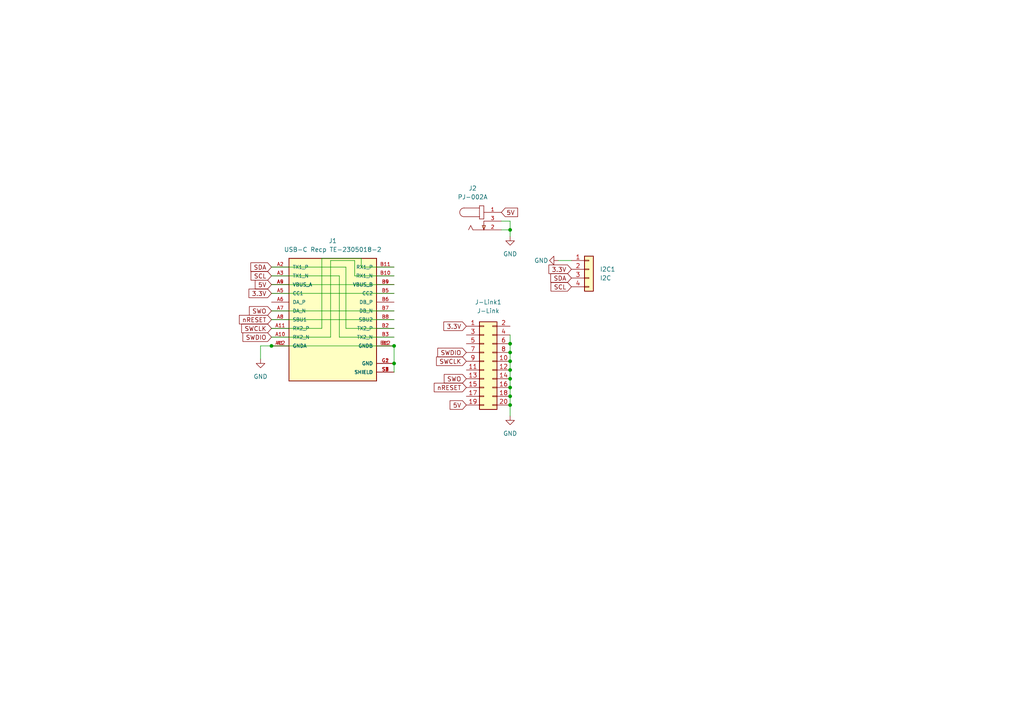
<source format=kicad_sch>
(kicad_sch (version 20211123) (generator eeschema)
  (paper "A4")
  (lib_symbols
    (symbol "Connector_Generic:Conn_01x04" (pin_names (offset 1.016) hide)
      (property "Reference" "J" (at 0 5.08 0))
      (property "Value" "Conn_01x04" (at 0 -7.62 0))
      (symbol "Conn_01x04_1_1"
        (rectangle (start -1.27 -4.953) (end 0 -5.207) (stroke (width 0.1524)))
        (rectangle (start -1.27 -2.413) (end 0 -2.667) (stroke (width 0.1524)))
        (rectangle (start -1.27 0.127) (end 0 -0.127) (stroke (width 0.1524)))
        (rectangle (start -1.27 2.667) (end 0 2.413) (stroke (width 0.1524)))
        (rectangle (start -1.27 3.81) (end 1.27 -6.35) (stroke (width 0.254)) (fill (type background)))
        (pin passive line (at -5.08 2.54 0) (length 3.81) (name "Pin_1") (number "1"))
        (pin passive line (at -5.08 0 0) (length 3.81) (name "Pin_2") (number "2"))
        (pin passive line (at -5.08 -2.54 0) (length 3.81) (name "Pin_3") (number "3"))
        (pin passive line (at -5.08 -5.08 0) (length 3.81) (name "Pin_4") (number "4"))
      )
    )
    (symbol "Connector_Generic:Conn_02x10_Odd_Even" (pin_names (offset 1.016) hide)
      (property "Reference" "J" (at 1.27 12.7 0))
      (property "Value" "Conn_02x10_Odd_Even" (at 1.27 -15.24 0))
      (symbol "Conn_02x10_Odd_Even_1_1"
        (rectangle (start -1.27 -12.573) (end 0 -12.827) (stroke (width 0.1524)))
        (rectangle (start -1.27 -10.033) (end 0 -10.287) (stroke (width 0.1524)))
        (rectangle (start -1.27 -7.493) (end 0 -7.747) (stroke (width 0.1524)))
        (rectangle (start -1.27 -4.953) (end 0 -5.207) (stroke (width 0.1524)))
        (rectangle (start -1.27 -2.413) (end 0 -2.667) (stroke (width 0.1524)))
        (rectangle (start -1.27 0.127) (end 0 -0.127) (stroke (width 0.1524)))
        (rectangle (start -1.27 2.667) (end 0 2.413) (stroke (width 0.1524)))
        (rectangle (start -1.27 5.207) (end 0 4.953) (stroke (width 0.1524)))
        (rectangle (start -1.27 7.747) (end 0 7.493) (stroke (width 0.1524)))
        (rectangle (start -1.27 10.287) (end 0 10.033) (stroke (width 0.1524)))
        (rectangle (start -1.27 11.43) (end 3.81 -13.97) (stroke (width 0.254)) (fill (type background)))
        (rectangle (start 3.81 -12.573) (end 2.54 -12.827) (stroke (width 0.1524)))
        (rectangle (start 3.81 -10.033) (end 2.54 -10.287) (stroke (width 0.1524)))
        (rectangle (start 3.81 -7.493) (end 2.54 -7.747) (stroke (width 0.1524)))
        (rectangle (start 3.81 -4.953) (end 2.54 -5.207) (stroke (width 0.1524)))
        (rectangle (start 3.81 -2.413) (end 2.54 -2.667) (stroke (width 0.1524)))
        (rectangle (start 3.81 0.127) (end 2.54 -0.127) (stroke (width 0.1524)))
        (rectangle (start 3.81 2.667) (end 2.54 2.413) (stroke (width 0.1524)))
        (rectangle (start 3.81 5.207) (end 2.54 4.953) (stroke (width 0.1524)))
        (rectangle (start 3.81 7.747) (end 2.54 7.493) (stroke (width 0.1524)))
        (rectangle (start 3.81 10.287) (end 2.54 10.033) (stroke (width 0.1524)))
        (pin passive line (at -5.08 10.16 0) (length 3.81) (name "Pin_1") (number "1"))
        (pin passive line (at 7.62 0 180) (length 3.81) (name "Pin_10") (number "10"))
        (pin passive line (at -5.08 -2.54 0) (length 3.81) (name "Pin_11") (number "11"))
        (pin passive line (at 7.62 -2.54 180) (length 3.81) (name "Pin_12") (number "12"))
        (pin passive line (at -5.08 -5.08 0) (length 3.81) (name "Pin_13") (number "13"))
        (pin passive line (at 7.62 -5.08 180) (length 3.81) (name "Pin_14") (number "14"))
        (pin passive line (at -5.08 -7.62 0) (length 3.81) (name "Pin_15") (number "15"))
        (pin passive line (at 7.62 -7.62 180) (length 3.81) (name "Pin_16") (number "16"))
        (pin passive line (at -5.08 -10.16 0) (length 3.81) (name "Pin_17") (number "17"))
        (pin passive line (at 7.62 -10.16 180) (length 3.81) (name "Pin_18") (number "18"))
        (pin passive line (at -5.08 -12.7 0) (length 3.81) (name "Pin_19") (number "19"))
        (pin passive line (at 7.62 10.16 180) (length 3.81) (name "Pin_2") (number "2"))
        (pin passive line (at 7.62 -12.7 180) (length 3.81) (name "Pin_20") (number "20"))
        (pin passive line (at -5.08 7.62 0) (length 3.81) (name "Pin_3") (number "3"))
        (pin passive line (at 7.62 7.62 180) (length 3.81) (name "Pin_4") (number "4"))
        (pin passive line (at -5.08 5.08 0) (length 3.81) (name "Pin_5") (number "5"))
        (pin passive line (at 7.62 5.08 180) (length 3.81) (name "Pin_6") (number "6"))
        (pin passive line (at -5.08 2.54 0) (length 3.81) (name "Pin_7") (number "7"))
        (pin passive line (at 7.62 2.54 180) (length 3.81) (name "Pin_8") (number "8"))
        (pin passive line (at -5.08 0 0) (length 3.81) (name "Pin_9") (number "9"))
      )
    )
    (symbol "posey:PJ-002A" (pin_names (offset 1.016) hide)
      (property "Reference" "J" (at -7.62 5.08 0))
      (property "Value" "PJ-002A" (at -7.62 -5.08 0))
      (symbol "PJ-002A_0_0"
        (arc (start -5.715 3.81) (mid -6.985 2.54) (end -5.715 1.27) (stroke (width 0.1524)))
        (polyline (pts (xy -5.715 3.81) (xy -1.27 3.81)) (stroke (width 0.1524)))
        (polyline (pts (xy -3.81 -1.27) (xy -4.445 -2.54)) (stroke (width 0.1524)))
        (polyline (pts (xy -3.175 -2.54) (xy -3.81 -1.27)) (stroke (width 0.1524)))
        (polyline (pts (xy -1.27 0.635) (xy 0 0.635)) (stroke (width 0.1524)))
        (polyline (pts (xy -1.27 1.27) (xy -5.715 1.27)) (stroke (width 0.1524)))
        (polyline (pts (xy -1.27 1.27) (xy -1.27 0.635)) (stroke (width 0.1524)))
        (polyline (pts (xy -1.27 3.81) (xy -1.27 1.27)) (stroke (width 0.1524)))
        (polyline (pts (xy -1.27 4.445) (xy -1.27 3.81)) (stroke (width 0.1524)))
        (polyline (pts (xy 0 -2.54) (xy -3.175 -2.54)) (stroke (width 0.1524)))
        (polyline (pts (xy 0 0) (xy 0 -2.54)) (stroke (width 0.1524)))
        (polyline (pts (xy 0 0.635) (xy 0 4.445)) (stroke (width 0.1524)))
        (polyline (pts (xy 0 4.445) (xy -1.27 4.445)) (stroke (width 0.1524)))
        (polyline (pts (xy 0 -2.54) (xy -0.508 -1.27) (xy 0.508 -1.27) (xy 0 -2.54)) (stroke (width 0.1524)) (fill (type background)))
        (pin power_in line (at 5.08 2.54 180) (length 5.08) (name "~") (number "1"))
        (pin power_in line (at 5.08 -2.54 180) (length 5.08) (name "~") (number "2"))
        (pin power_in line (at 5.08 0 180) (length 5.08) (name "~") (number "3"))
      )
    )
    (symbol "posey:USB-C Recp TE-2305018-2" (pin_names (offset 1.016))
      (property "Reference" "J" (at -12.7 18.0594 0))
      (property "Value" "USB-C Recp TE-2305018-2" (at -12.7 -20.3454 0))
      (symbol "USB-C Recp TE-2305018-2_0_0"
        (rectangle (start -12.7 -17.78) (end 12.7 17.78) (stroke (width 0.254)) (fill (type background)))
        (pin passive line (at -17.78 -7.62 0) (length 5.08) (name "GNDA") (number "A1"))
        (pin passive line (at -17.78 -5.08 0) (length 5.08) (name "RX2_N") (number "A10"))
        (pin passive line (at -17.78 -2.54 0) (length 5.08) (name "RX2_P") (number "A11"))
        (pin passive line (at -17.78 -7.62 0) (length 5.08) (name "GNDA") (number "A12"))
        (pin passive line (at -17.78 15.24 0) (length 5.08) (name "TX1_P") (number "A2"))
        (pin passive line (at -17.78 12.7 0) (length 5.08) (name "TX1_N") (number "A3"))
        (pin passive line (at -17.78 10.16 0) (length 5.08) (name "VBUS_A") (number "A4"))
        (pin passive line (at -17.78 7.62 0) (length 5.08) (name "CC1") (number "A5"))
        (pin passive line (at -17.78 5.08 0) (length 5.08) (name "DA_P") (number "A6"))
        (pin passive line (at -17.78 2.54 0) (length 5.08) (name "DA_N") (number "A7"))
        (pin passive line (at -17.78 0 0) (length 5.08) (name "SBU1") (number "A8"))
        (pin passive line (at -17.78 10.16 0) (length 5.08) (name "VBUS_A") (number "A9"))
        (pin passive line (at 17.78 -7.62 180) (length 5.08) (name "GNDB") (number "B1"))
        (pin passive line (at 17.78 12.7 180) (length 5.08) (name "RX1_N") (number "B10"))
        (pin passive line (at 17.78 15.24 180) (length 5.08) (name "RX1_P") (number "B11"))
        (pin passive line (at 17.78 -7.62 180) (length 5.08) (name "GNDB") (number "B12"))
        (pin passive line (at 17.78 -2.54 180) (length 5.08) (name "TX2_P") (number "B2"))
        (pin passive line (at 17.78 -5.08 180) (length 5.08) (name "TX2_N") (number "B3"))
        (pin passive line (at 17.78 10.16 180) (length 5.08) (name "VBUS_B") (number "B4"))
        (pin passive line (at 17.78 7.62 180) (length 5.08) (name "CC2") (number "B5"))
        (pin passive line (at 17.78 5.08 180) (length 5.08) (name "DB_P") (number "B6"))
        (pin passive line (at 17.78 2.54 180) (length 5.08) (name "DB_N") (number "B7"))
        (pin passive line (at 17.78 0 180) (length 5.08) (name "SBU2") (number "B8"))
        (pin passive line (at 17.78 10.16 180) (length 5.08) (name "VBUS_B") (number "B9"))
        (pin power_in line (at 17.78 -12.7 180) (length 5.08) (name "GND") (number "G1"))
        (pin power_in line (at 17.78 -12.7 180) (length 5.08) (name "GND") (number "G2"))
        (pin power_in line (at 17.78 -15.24 180) (length 5.08) (name "SHIELD") (number "S1"))
        (pin power_in line (at 17.78 -15.24 180) (length 5.08) (name "SHIELD") (number "S2"))
        (pin power_in line (at 17.78 -15.24 180) (length 5.08) (name "SHIELD") (number "S3"))
        (pin power_in line (at 17.78 -15.24 180) (length 5.08) (name "SHIELD") (number "S4"))
      )
    )
    (symbol "power:GND" (power) (pin_names (offset 0))
      (property "Value" "GND" (at 0 -3.81 0))
      (symbol "GND_0_1"
        (polyline (pts (xy 0 0) (xy 0 -1.27) (xy 1.27 -1.27) (xy 0 -2.54) (xy -1.27 -1.27) (xy 0 -1.27)))
      )
      (symbol "GND_1_1"
        (pin power_in line (at 0 0 270) (length 0) hide (name "GND") (number "1"))
      )
    )
  )
  (junction (at 147.955 99.695))
  (junction (at 114.3 100.33))
  (junction (at 147.955 114.935))
  (junction (at 147.955 102.235))
  (junction (at 147.955 112.395))
  (junction (at 114.3 105.41))
  (junction (at 78.74 100.33))
  (junction (at 147.955 66.675))
  (junction (at 147.955 104.775))
  (junction (at 147.955 109.855))
  (junction (at 147.955 107.315))
  (junction (at 147.955 117.475))
  (wire (pts (xy 75.565 100.33) (xy 75.565 104.14)))
  (wire (pts (xy 78.74 90.17) (xy 114.3 90.17)))
  (wire (pts (xy 98.425 80.01) (xy 78.74 80.01)))
  (wire (pts (xy 114.3 95.25) (xy 100.33 95.25)))
  (wire (pts (xy 147.955 104.775) (xy 147.955 107.315)))
  (wire (pts (xy 78.74 100.33) (xy 114.3 100.33)))
  (wire (pts (xy 78.74 77.47) (xy 100.33 77.47)))
  (wire (pts (xy 147.955 112.395) (xy 147.955 114.935)))
  (wire (pts (xy 102.87 80.01) (xy 102.87 75.565)))
  (wire (pts (xy 147.955 102.235) (xy 147.955 104.775)))
  (wire (pts (xy 147.955 114.935) (xy 147.955 117.475)))
  (wire (pts (xy 78.74 85.09) (xy 114.3 85.09)))
  (wire (pts (xy 100.33 95.25) (xy 100.33 77.47)))
  (wire (pts (xy 95.885 97.79) (xy 78.74 97.79)))
  (wire (pts (xy 93.345 95.25) (xy 78.74 95.25)))
  (wire (pts (xy 147.955 117.475) (xy 147.955 120.65)))
  (wire (pts (xy 104.775 77.47) (xy 104.775 74.93)))
  (wire (pts (xy 114.3 77.47) (xy 104.775 77.47)))
  (wire (pts (xy 78.74 92.71) (xy 114.3 92.71)))
  (wire (pts (xy 147.955 109.855) (xy 147.955 112.395)))
  (wire (pts (xy 114.3 105.41) (xy 114.3 107.95)))
  (wire (pts (xy 147.955 107.315) (xy 147.955 109.855)))
  (wire (pts (xy 147.955 66.675) (xy 147.955 68.58)))
  (wire (pts (xy 147.955 64.135) (xy 147.955 66.675)))
  (wire (pts (xy 95.885 75.565) (xy 95.885 97.79)))
  (wire (pts (xy 78.74 100.33) (xy 75.565 100.33)))
  (wire (pts (xy 102.87 75.565) (xy 95.885 75.565)))
  (wire (pts (xy 145.415 66.675) (xy 147.955 66.675)))
  (wire (pts (xy 114.3 80.01) (xy 102.87 80.01)))
  (wire (pts (xy 98.425 97.79) (xy 98.425 80.01)))
  (wire (pts (xy 114.3 97.79) (xy 98.425 97.79)))
  (wire (pts (xy 114.3 100.33) (xy 114.3 105.41)))
  (wire (pts (xy 147.955 99.695) (xy 147.955 102.235)))
  (wire (pts (xy 161.925 75.565) (xy 165.735 75.565)))
  (wire (pts (xy 78.74 82.55) (xy 114.3 82.55)))
  (wire (pts (xy 147.955 97.155) (xy 147.955 99.695)))
  (wire (pts (xy 145.415 64.135) (xy 147.955 64.135)))
  (wire (pts (xy 93.345 74.93) (xy 93.345 95.25)))
  (wire (pts (xy 104.775 74.93) (xy 93.345 74.93)))
  (global_label "SWCLK" (shape input) (at 78.74 95.25 180) (property "Intersheet References" "${INTERSHEET_REFS}" (effects hide)))
  (global_label "SWO" (shape input) (at 78.74 90.17 180) (property "Intersheet References" "${INTERSHEET_REFS}" (effects hide)))
  (global_label "5V" (shape input) (at 145.415 61.595 0) (property "Intersheet References" "${INTERSHEET_REFS}" (effects hide)))
  (global_label "3.3V" (shape input) (at 78.74 85.09 180) (property "Intersheet References" "${INTERSHEET_REFS}" (effects hide)))
  (global_label "SWCLK" (shape input) (at 135.255 104.775 180) (property "Intersheet References" "${INTERSHEET_REFS}" (effects hide)))
  (global_label "SWO" (shape input) (at 135.255 109.855 180) (property "Intersheet References" "${INTERSHEET_REFS}" (effects hide)))
  (global_label "SDA" (shape input) (at 78.74 77.47 180) (property "Intersheet References" "${INTERSHEET_REFS}" (effects hide)))
  (global_label "3.3V" (shape input) (at 135.255 94.615 180) (property "Intersheet References" "${INTERSHEET_REFS}" (effects hide)))
  (global_label "SWDIO" (shape input) (at 135.255 102.235 180) (property "Intersheet References" "${INTERSHEET_REFS}" (effects hide)))
  (global_label "nRESET" (shape input) (at 78.74 92.71 180) (property "Intersheet References" "${INTERSHEET_REFS}" (effects hide)))
  (global_label "5V" (shape input) (at 78.74 82.55 180) (property "Intersheet References" "${INTERSHEET_REFS}" (effects hide)))
  (global_label "SWDIO" (shape input) (at 78.74 97.79 180) (property "Intersheet References" "${INTERSHEET_REFS}" (effects hide)))
  (global_label "SDA" (shape input) (at 165.735 80.645 180) (property "Intersheet References" "${INTERSHEET_REFS}" (effects hide)))
  (global_label "5V" (shape input) (at 135.255 117.475 180) (property "Intersheet References" "${INTERSHEET_REFS}" (effects hide)))
  (global_label "3.3V" (shape input) (at 165.735 78.105 180) (property "Intersheet References" "${INTERSHEET_REFS}" (effects hide)))
  (global_label "SCL" (shape input) (at 78.74 80.01 180) (property "Intersheet References" "${INTERSHEET_REFS}" (effects hide)))
  (global_label "SCL" (shape input) (at 165.735 83.185 180) (property "Intersheet References" "${INTERSHEET_REFS}" (effects hide)))
  (global_label "nRESET" (shape input) (at 135.255 112.395 180) (property "Intersheet References" "${INTERSHEET_REFS}" (effects hide)))
  (symbol (lib_id "Connector_Generic:Conn_02x10_Odd_Even") (at 140.335 104.775 0) (unit 1)
    (property "Reference" "J-Link1" (at 141.605 87.63 0))
    (property "Value" "J-Link" (at 141.605 90.17 0))
    (property "Footprint" "Connector_IDC:IDC-Header_2x10_P2.54mm_Vertical" (effects hide))
  )
  (symbol (lib_id "posey:USB-C Recp TE-2305018-2") (at 96.52 92.71 0) (unit 1)
    (property "Reference" "J1" (at 96.52 69.85 0))
    (property "Value" "USB-C Recp TE-2305018-2" (at 96.52 72.39 0))
    (property "Footprint" "posey:TE_2305018-2_USBC_Recepticle" (effects hide))
  )
  (symbol (lib_id "power:GND") (at 147.955 120.65 0) (unit 1)
    (property "Reference" "#PWR03" (effects hide))
    (property "Value" "GND" (at 147.955 125.73 0))
  )
  (symbol (lib_id "power:GND") (at 147.955 68.58 0) (unit 1)
    (property "Reference" "#PWR0101" (effects hide))
    (property "Value" "GND" (at 147.955 73.66 0))
  )
  (symbol (lib_id "power:GND") (at 161.925 75.565 270) (unit 1)
    (property "Reference" "#PWR04" (effects hide))
    (property "Value" "GND" (at 154.94 75.565 90) (effects (justify left)))
  )
  (symbol (lib_id "power:GND") (at 75.565 104.14 0) (unit 1)
    (property "Reference" "#PWR01" (effects hide))
    (property "Value" "GND" (at 75.565 109.22 0))
  )
  (symbol (lib_id "Connector_Generic:Conn_01x04") (at 170.815 78.105 0) (unit 1)
    (property "Reference" "I2C1" (at 173.99 78.1049 0) (effects (justify left)))
    (property "Value" "I2C" (at 173.99 80.6449 0) (effects (justify left)))
    (property "Footprint" "Connector_JST:JST_SH_BM04B-SRSS-TB_1x04-1MP_P1.00mm_Vertical" (effects hide))
  )
  (symbol (lib_id "posey:PJ-002A") (at 140.335 64.135 0) (unit 1)
    (property "Reference" "J2" (at 137.0965 54.61 0))
    (property "Value" "PJ-002A" (at 137.0965 57.15 0))
    (property "Footprint" "posey:CUI_PJ-002A" (effects hide))
  )
)
</source>
